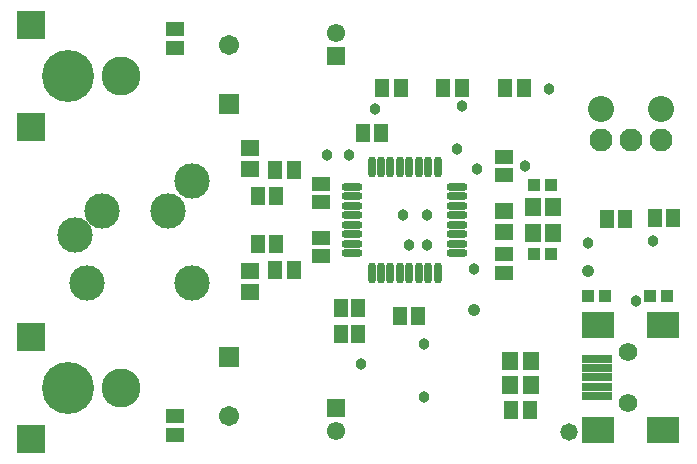
<source format=gbs>
%FSLAX24Y24*%
%MOIN*%
G70*
G01*
G75*
G04 Layer_Color=16711935*
%ADD10R,0.0433X0.0492*%
%ADD11R,0.0512X0.0610*%
%ADD12R,0.0512X0.0394*%
%ADD13R,0.0866X0.0374*%
%ADD14R,0.0551X0.0472*%
%ADD15C,0.0120*%
%ADD16C,0.0100*%
%ADD17C,0.0340*%
%ADD18C,0.0532*%
%ADD19R,0.0532X0.0532*%
%ADD20C,0.0591*%
%ADD21R,0.0591X0.0591*%
%ADD22C,0.1100*%
%ADD23C,0.0540*%
%ADD24C,0.0787*%
%ADD25C,0.0689*%
%ADD26R,0.0866X0.0866*%
%ADD27C,0.1654*%
%ADD28C,0.1220*%
%ADD29C,0.0500*%
%ADD30C,0.0300*%
%ADD31C,0.0250*%
%ADD32R,0.0394X0.0512*%
%ADD33O,0.0217X0.0630*%
%ADD34O,0.0630X0.0217*%
%ADD35R,0.0433X0.0551*%
%ADD36R,0.0551X0.0433*%
%ADD37R,0.0472X0.0551*%
%ADD38R,0.0315X0.0354*%
%ADD39R,0.0980X0.0790*%
%ADD40R,0.0940X0.0200*%
%ADD41C,0.0200*%
%ADD42C,0.0150*%
%ADD43C,0.0500*%
%ADD44C,0.0079*%
%ADD45C,0.0050*%
%ADD46C,0.0059*%
%ADD47C,0.0059*%
%ADD48R,0.0513X0.0572*%
%ADD49R,0.0592X0.0690*%
%ADD50R,0.0592X0.0474*%
%ADD51R,0.0946X0.0454*%
%ADD52R,0.0631X0.0552*%
%ADD53C,0.0420*%
%ADD54C,0.0612*%
%ADD55R,0.0612X0.0612*%
%ADD56C,0.0671*%
%ADD57R,0.0671X0.0671*%
%ADD58C,0.1180*%
%ADD59C,0.0620*%
%ADD60C,0.0867*%
%ADD61C,0.0769*%
%ADD62R,0.0946X0.0946*%
%ADD63C,0.1734*%
%ADD64C,0.1300*%
%ADD65C,0.0580*%
%ADD66C,0.0380*%
%ADD67R,0.0474X0.0592*%
%ADD68O,0.0297X0.0710*%
%ADD69O,0.0710X0.0297*%
%ADD70R,0.0513X0.0631*%
%ADD71R,0.0631X0.0513*%
%ADD72R,0.0552X0.0631*%
%ADD73R,0.0395X0.0434*%
%ADD74R,0.1060X0.0870*%
%ADD75R,0.1020X0.0280*%
D50*
X33900Y37515D02*
D03*
Y36885D02*
D03*
Y33635D02*
D03*
Y34265D02*
D03*
X22950Y28865D02*
D03*
Y28235D02*
D03*
Y41135D02*
D03*
Y41765D02*
D03*
D52*
X25450Y33704D02*
D03*
Y32996D02*
D03*
X25450Y37096D02*
D03*
Y37804D02*
D03*
X33900Y35704D02*
D03*
Y34996D02*
D03*
D53*
X32900Y32400D02*
D03*
X36700Y33700D02*
D03*
D54*
X28300Y41644D02*
D03*
Y28356D02*
D03*
D55*
Y40856D02*
D03*
Y29144D02*
D03*
D56*
X24750Y41234D02*
D03*
Y28866D02*
D03*
D57*
Y39266D02*
D03*
Y30834D02*
D03*
D58*
X23500Y36700D02*
D03*
Y33300D02*
D03*
X20000D02*
D03*
X22700Y35700D02*
D03*
X20500D02*
D03*
X19600Y34900D02*
D03*
D59*
X38030Y29290D02*
D03*
Y31010D02*
D03*
D60*
X39150Y39103D02*
D03*
X37150D02*
D03*
D61*
X39150Y38070D02*
D03*
X38150D02*
D03*
X37150D02*
D03*
D62*
X18138Y41893D02*
D03*
Y38507D02*
D03*
Y31493D02*
D03*
Y28107D02*
D03*
D63*
X19378Y40200D02*
D03*
Y29800D02*
D03*
D64*
X21150Y40200D02*
D03*
Y29800D02*
D03*
D65*
X36090Y28330D02*
D03*
D66*
X30550Y35550D02*
D03*
X31350D02*
D03*
X33000Y37100D02*
D03*
X31350Y34550D02*
D03*
X30750D02*
D03*
X34600Y37200D02*
D03*
X32350Y37750D02*
D03*
X29600Y39100D02*
D03*
X32500Y39200D02*
D03*
X35400Y39750D02*
D03*
X28750Y37550D02*
D03*
X28000D02*
D03*
X31250Y31250D02*
D03*
X29150Y30600D02*
D03*
X38300Y32700D02*
D03*
X31250Y29500D02*
D03*
X32900Y33750D02*
D03*
X36720Y34620D02*
D03*
X38870Y34700D02*
D03*
D67*
X31885Y39800D02*
D03*
X32515D02*
D03*
X33935D02*
D03*
X34565D02*
D03*
X34765Y29050D02*
D03*
X34135D02*
D03*
X26285Y33744D02*
D03*
X26915D02*
D03*
X26285Y37056D02*
D03*
X26915D02*
D03*
X30465Y39800D02*
D03*
X29835D02*
D03*
D68*
X29498Y37152D02*
D03*
X29813D02*
D03*
X30128D02*
D03*
X30443D02*
D03*
X30757D02*
D03*
X31072D02*
D03*
X31387D02*
D03*
X31702D02*
D03*
Y33648D02*
D03*
X31387D02*
D03*
X31072D02*
D03*
X30757D02*
D03*
X30443D02*
D03*
X30128D02*
D03*
X29813D02*
D03*
X29498D02*
D03*
D69*
X32352Y36502D02*
D03*
Y36187D02*
D03*
Y35872D02*
D03*
Y35557D02*
D03*
Y35243D02*
D03*
Y34928D02*
D03*
Y34613D02*
D03*
Y34298D02*
D03*
X28848D02*
D03*
Y34613D02*
D03*
Y34928D02*
D03*
Y35243D02*
D03*
Y35557D02*
D03*
Y35872D02*
D03*
Y36187D02*
D03*
Y36502D02*
D03*
D70*
X38955Y35450D02*
D03*
X39545D02*
D03*
X37945Y35440D02*
D03*
X37355D02*
D03*
X30455Y32200D02*
D03*
X31045D02*
D03*
X29795Y38300D02*
D03*
X29205D02*
D03*
X29059Y32450D02*
D03*
X28468D02*
D03*
X29059Y31600D02*
D03*
X28468D02*
D03*
X26295Y36200D02*
D03*
X25705D02*
D03*
X26295Y34600D02*
D03*
X25705D02*
D03*
D71*
X27800Y36005D02*
D03*
Y36595D02*
D03*
X27800Y34795D02*
D03*
Y34205D02*
D03*
D72*
X34096Y30700D02*
D03*
X34804D02*
D03*
X34096Y29900D02*
D03*
X34804D02*
D03*
X34865Y34967D02*
D03*
Y35833D02*
D03*
X35535D02*
D03*
Y34967D02*
D03*
D73*
X39336Y32850D02*
D03*
X38784D02*
D03*
X36724Y32850D02*
D03*
X37276D02*
D03*
X34924Y34250D02*
D03*
X35476D02*
D03*
Y36550D02*
D03*
X34924D02*
D03*
D74*
X37040Y28400D02*
D03*
X39210Y31900D02*
D03*
Y28400D02*
D03*
X37040Y31900D02*
D03*
D75*
X37020Y29530D02*
D03*
Y29840D02*
D03*
Y30150D02*
D03*
Y30460D02*
D03*
Y30770D02*
D03*
M02*

</source>
